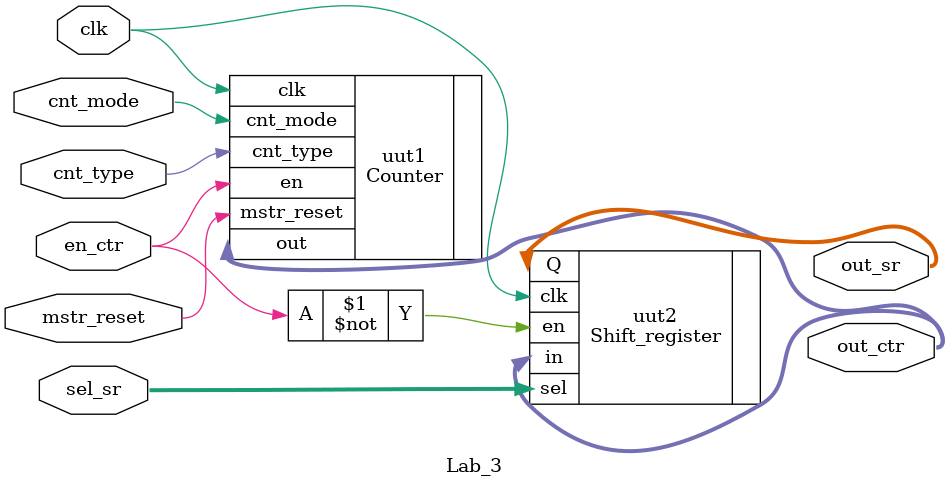
<source format=v>
`timescale 1ns/1ps

module Lab_3(en_ctr, cnt_type, cnt_mode, mstr_reset, clk, sel_sr, out_sr, out_ctr);

input en_ctr, cnt_type, cnt_mode, mstr_reset, clk;
input [1:0]sel_sr;
output [3:0]out_sr;
output [3:0]out_ctr;

Counter uut1(.en(en_ctr), .cnt_type(cnt_type), .cnt_mode(cnt_mode), .mstr_reset(mstr_reset), .out(out_ctr), .clk(clk));
Shift_register uut2(.in(out_ctr), .en(~en_ctr), .clk(clk), .sel(sel_sr), .Q(out_sr));

endmodule
</source>
